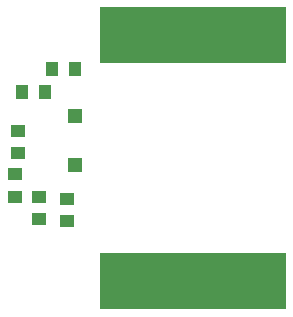
<source format=gbr>
G04 DipTrace 3.2.0.1*
G04 TopPaste.gbr*
%MOMM*%
G04 #@! TF.FileFunction,Paste,Top*
G04 #@! TF.Part,Single*
%ADD35R,1.3X1.3*%
%ADD37R,1.1X1.3*%
%ADD39R,1.3X1.1*%
%ADD41R,0.105X0.689*%
%ADD43R,15.8X4.8*%
%FSLAX35Y35*%
G04*
G71*
G90*
G75*
G01*
G04 TopPaste*
%LPD*%
D43*
X1988040Y2373840D3*
Y293840D3*
D41*
X813414Y1262707D3*
X863414D3*
X913414D3*
X763414D3*
X713414D3*
X813414Y1691507D3*
X863414D3*
X913414D3*
X763414D3*
X713414D3*
D39*
X511820Y1564300D3*
Y1374300D3*
D37*
X543567Y1897640D3*
X733567D3*
D39*
X480073Y1008733D3*
Y1198733D3*
X686427Y818253D3*
Y1008253D3*
X924527Y992860D3*
Y802860D3*
D37*
X988020Y2088120D3*
X798020D3*
D35*
X988020Y1691287D3*
Y1278580D3*
M02*

</source>
